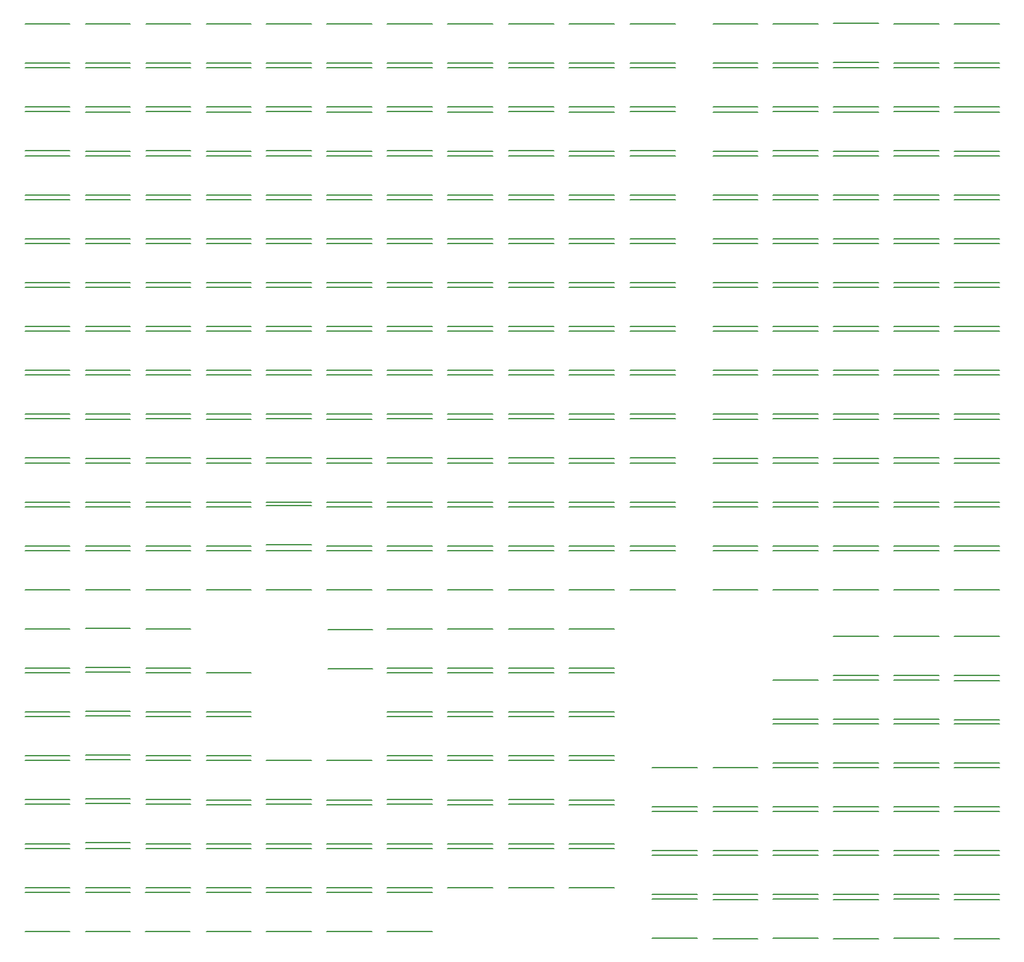
<source format=gbr>
G04 #@! TF.GenerationSoftware,KiCad,Pcbnew,(5.0.0)*
G04 #@! TF.CreationDate,2019-05-01T16:30:08-07:00*
G04 #@! TF.ProjectId,SSB Cap Board,5353422043617020426F6172642E6B69,rev?*
G04 #@! TF.SameCoordinates,Original*
G04 #@! TF.FileFunction,Legend,Bot*
G04 #@! TF.FilePolarity,Positive*
%FSLAX46Y46*%
G04 Gerber Fmt 4.6, Leading zero omitted, Abs format (unit mm)*
G04 Created by KiCad (PCBNEW (5.0.0)) date 05/01/19 16:30:08*
%MOMM*%
%LPD*%
G01*
G04 APERTURE LIST*
%ADD10C,0.150000*%
G04 APERTURE END LIST*
D10*
G04 #@! TO.C,C342*
X-38995000Y-4305000D02*
X-33295000Y-4305000D01*
X-38995000Y695000D02*
X-33295000Y695000D01*
G04 #@! TO.C,C341*
X-41080365Y705000D02*
X-46780365Y705000D01*
X-41080365Y-4295000D02*
X-46780365Y-4295000D01*
G04 #@! TO.C,C340*
X-23595000Y1295000D02*
X-17895000Y1295000D01*
X-23595000Y6295000D02*
X-17895000Y6295000D01*
G04 #@! TO.C,C339*
X-10205000Y705000D02*
X-15905000Y705000D01*
X-10205000Y-4295000D02*
X-15905000Y-4295000D01*
G04 #@! TO.C,C338*
X-56405000Y44305000D02*
X-62105000Y44305000D01*
X-56405000Y39305000D02*
X-62105000Y39305000D01*
G04 #@! TO.C,C336*
X-25605000Y705000D02*
X-31305000Y705000D01*
X-25605000Y-4295000D02*
X-31305000Y-4295000D01*
G04 #@! TO.C,C335*
X-54395000Y23795000D02*
X-48695000Y23795000D01*
X-54395000Y28795000D02*
X-48695000Y28795000D01*
G04 #@! TO.C,C334*
X-41005000Y6305000D02*
X-46705000Y6305000D01*
X-41005000Y1305000D02*
X-46705000Y1305000D01*
G04 #@! TO.C,C333*
X-41005000Y34305000D02*
X-46705000Y34305000D01*
X-41005000Y29305000D02*
X-46705000Y29305000D01*
G04 #@! TO.C,C332*
X-23595000Y-4305000D02*
X-17895000Y-4305000D01*
X-23595000Y695000D02*
X-17895000Y695000D01*
G04 #@! TO.C,C376*
X-10205000Y6305000D02*
X-15905000Y6305000D01*
X-10205000Y1305000D02*
X-15905000Y1305000D01*
G04 #@! TO.C,C328*
X-56405000Y49905000D02*
X-62105000Y49905000D01*
X-56405000Y44905000D02*
X-62105000Y44905000D01*
G04 #@! TO.C,C327*
X-54395000Y95295000D02*
X-48695000Y95295000D01*
X-54395000Y100295000D02*
X-48695000Y100295000D01*
G04 #@! TO.C,C325*
X-54395000Y18195000D02*
X-48695000Y18195000D01*
X-54395000Y23195000D02*
X-48695000Y23195000D01*
G04 #@! TO.C,C324*
X-41005000Y11905000D02*
X-46705000Y11905000D01*
X-41005000Y6905000D02*
X-46705000Y6905000D01*
G04 #@! TO.C,C322*
X-54395000Y-4305000D02*
X-48695000Y-4305000D01*
X-54395000Y695000D02*
X-48695000Y695000D01*
G04 #@! TO.C,C321*
X-10205000Y11905000D02*
X-15905000Y11905000D01*
X-10205000Y6905000D02*
X-15905000Y6905000D01*
G04 #@! TO.C,C320*
X-56405000Y55505000D02*
X-62105000Y55505000D01*
X-56405000Y50505000D02*
X-62105000Y50505000D01*
G04 #@! TO.C,C319*
X-54395000Y89695000D02*
X-48695000Y89695000D01*
X-54395000Y94695000D02*
X-48695000Y94695000D01*
G04 #@! TO.C,C318*
X5295000Y44305000D02*
X-405000Y44305000D01*
X5295000Y39305000D02*
X-405000Y39305000D01*
G04 #@! TO.C,C317*
X-25605000Y11905000D02*
X-31305000Y11905000D01*
X-25605000Y6905000D02*
X-31305000Y6905000D01*
G04 #@! TO.C,C316*
X-54395000Y12595000D02*
X-48695000Y12595000D01*
X-54395000Y17595000D02*
X-48695000Y17595000D01*
G04 #@! TO.C,C331*
X-41005000Y17505000D02*
X-46705000Y17505000D01*
X-41005000Y12505000D02*
X-46705000Y12505000D01*
G04 #@! TO.C,C330*
X-38995000Y23695000D02*
X-33295000Y23695000D01*
X-38995000Y28695000D02*
X-33295000Y28695000D01*
G04 #@! TO.C,C329*
X5295000Y6305000D02*
X-405000Y6305000D01*
X5295000Y1305000D02*
X-405000Y1305000D01*
G04 #@! TO.C,C374*
X-10205000Y17505000D02*
X-15905000Y17505000D01*
X-10205000Y12505000D02*
X-15905000Y12505000D01*
G04 #@! TO.C,C373*
X-56405000Y61105000D02*
X-62105000Y61105000D01*
X-56405000Y56105000D02*
X-62105000Y56105000D01*
G04 #@! TO.C,C372*
X-54395000Y84095000D02*
X-48695000Y84095000D01*
X-54395000Y89095000D02*
X-48695000Y89095000D01*
G04 #@! TO.C,C371*
X7305000Y89695000D02*
X13005000Y89695000D01*
X7305000Y94695000D02*
X13005000Y94695000D01*
G04 #@! TO.C,C370*
X-54395000Y1295000D02*
X-48695000Y1295000D01*
X-54395000Y6295000D02*
X-48695000Y6295000D01*
G04 #@! TO.C,C369*
X5295000Y49905000D02*
X-405000Y49905000D01*
X5295000Y44905000D02*
X-405000Y44905000D01*
G04 #@! TO.C,C368*
X-8195000Y100895000D02*
X-2495000Y100895000D01*
X-8195000Y105895000D02*
X-2495000Y105895000D01*
G04 #@! TO.C,C367*
X-54395000Y6995000D02*
X-48695000Y6995000D01*
X-54395000Y11995000D02*
X-48695000Y11995000D01*
G04 #@! TO.C,C366*
X-41005000Y23105000D02*
X-46705000Y23105000D01*
X-41005000Y18105000D02*
X-46705000Y18105000D01*
G04 #@! TO.C,C365*
X-38995000Y18095000D02*
X-33295000Y18095000D01*
X-38995000Y23095000D02*
X-33295000Y23095000D01*
G04 #@! TO.C,C364*
X5295000Y11905000D02*
X-405000Y11905000D01*
X5295000Y6905000D02*
X-405000Y6905000D01*
G04 #@! TO.C,C363*
X-10205000Y23105000D02*
X-15905000Y23105000D01*
X-10205000Y18105000D02*
X-15905000Y18105000D01*
G04 #@! TO.C,C346*
X-56405000Y66705000D02*
X-62105000Y66705000D01*
X-56405000Y61705000D02*
X-62105000Y61705000D01*
G04 #@! TO.C,C344*
X-54395000Y78495000D02*
X-48695000Y78495000D01*
X-54395000Y83495000D02*
X-48695000Y83495000D01*
G04 #@! TO.C,C359*
X7305000Y84095000D02*
X13005000Y84095000D01*
X7305000Y89095000D02*
X13005000Y89095000D01*
G04 #@! TO.C,C358*
X5295000Y55505000D02*
X-405000Y55505000D01*
X5295000Y50505000D02*
X-405000Y50505000D01*
G04 #@! TO.C,C357*
X-8195000Y95295000D02*
X-2495000Y95295000D01*
X-8195000Y100295000D02*
X-2495000Y100295000D01*
G04 #@! TO.C,C356*
X-25605000Y17505000D02*
X-31305000Y17505000D01*
X-25605000Y12505000D02*
X-31305000Y12505000D01*
G04 #@! TO.C,C355*
X-56405000Y11905000D02*
X-62105000Y11905000D01*
X-56405000Y6905000D02*
X-62105000Y6905000D01*
G04 #@! TO.C,C354*
X-41005000Y28705000D02*
X-46705000Y28705000D01*
X-41005000Y23705000D02*
X-46705000Y23705000D01*
G04 #@! TO.C,C353*
X-38995000Y12495000D02*
X-33295000Y12495000D01*
X-38995000Y17495000D02*
X-33295000Y17495000D01*
G04 #@! TO.C,C352*
X5295000Y17505000D02*
X-405000Y17505000D01*
X5295000Y12505000D02*
X-405000Y12505000D01*
G04 #@! TO.C,C351*
X-10205000Y28705000D02*
X-15905000Y28705000D01*
X-10205000Y23705000D02*
X-15905000Y23705000D01*
G04 #@! TO.C,C350*
X-56405000Y72305000D02*
X-62105000Y72305000D01*
X-56405000Y67305000D02*
X-62105000Y67305000D01*
G04 #@! TO.C,C349*
X-54395000Y72895000D02*
X-48695000Y72895000D01*
X-54395000Y77895000D02*
X-48695000Y77895000D01*
G04 #@! TO.C,C348*
X7305000Y78495000D02*
X13005000Y78495000D01*
X7305000Y83495000D02*
X13005000Y83495000D01*
G04 #@! TO.C,C347*
X5295000Y61105000D02*
X-405000Y61105000D01*
X5295000Y56105000D02*
X-405000Y56105000D01*
G04 #@! TO.C,C362*
X-8195000Y89695000D02*
X-2495000Y89695000D01*
X-8195000Y94695000D02*
X-2495000Y94695000D01*
G04 #@! TO.C,C361*
X-10205000Y49905000D02*
X-15905000Y49905000D01*
X-10205000Y44905000D02*
X-15905000Y44905000D01*
G04 #@! TO.C,C360*
X-8195000Y29295000D02*
X-2495000Y29295000D01*
X-8195000Y34295000D02*
X-2495000Y34295000D01*
G04 #@! TO.C,C279*
X-56405000Y105905000D02*
X-62105000Y105905000D01*
X-56405000Y100905000D02*
X-62105000Y100905000D01*
G04 #@! TO.C,C278*
X7305000Y72895000D02*
X13005000Y72895000D01*
X7305000Y77895000D02*
X13005000Y77895000D01*
G04 #@! TO.C,C277*
X-8195000Y78495000D02*
X-2495000Y78495000D01*
X-8195000Y83495000D02*
X-2495000Y83495000D01*
G04 #@! TO.C,C276*
X7305000Y100895000D02*
X13005000Y100895000D01*
X7305000Y105895000D02*
X13005000Y105895000D01*
G04 #@! TO.C,C275*
X-23595000Y6895000D02*
X-17895000Y6895000D01*
X-23595000Y11895000D02*
X-17895000Y11895000D01*
G04 #@! TO.C,C274*
X-10205000Y44305000D02*
X-15905000Y44305000D01*
X-10205000Y39305000D02*
X-15905000Y39305000D01*
G04 #@! TO.C,C272*
X-54395000Y50495000D02*
X-48695000Y50495000D01*
X-54395000Y55495000D02*
X-48695000Y55495000D01*
G04 #@! TO.C,C271*
X7305000Y56095000D02*
X13005000Y56095000D01*
X7305000Y61095000D02*
X13005000Y61095000D01*
G04 #@! TO.C,C270*
X5295000Y83505000D02*
X-405000Y83505000D01*
X5295000Y78505000D02*
X-405000Y78505000D01*
G04 #@! TO.C,C269*
X-8195000Y67295000D02*
X-2495000Y67295000D01*
X-8195000Y72295000D02*
X-2495000Y72295000D01*
G04 #@! TO.C,C315*
X-10205000Y72305000D02*
X-15905000Y72305000D01*
X-10205000Y67305000D02*
X-15905000Y67305000D01*
G04 #@! TO.C,C267*
X-54395000Y100895000D02*
X-48695000Y100895000D01*
X-54395000Y105895000D02*
X-48695000Y105895000D01*
G04 #@! TO.C,C313*
X-8195000Y12495000D02*
X-2495000Y12495000D01*
X-8195000Y17495000D02*
X-2495000Y17495000D01*
G04 #@! TO.C,C312*
X5295000Y105905000D02*
X-405000Y105905000D01*
X5295000Y100905000D02*
X-405000Y100905000D01*
G04 #@! TO.C,C263*
X-10205000Y83505000D02*
X-15905000Y83505000D01*
X-10205000Y78505000D02*
X-15905000Y78505000D01*
G04 #@! TO.C,C256*
X7305000Y39295000D02*
X13005000Y39295000D01*
X7305000Y44295000D02*
X13005000Y44295000D01*
G04 #@! TO.C,C254*
X5295000Y100305000D02*
X-405000Y100305000D01*
X5295000Y95305000D02*
X-405000Y95305000D01*
G04 #@! TO.C,C253*
X-8195000Y50495000D02*
X-2495000Y50495000D01*
X-8195000Y55495000D02*
X-2495000Y55495000D01*
G04 #@! TO.C,C268*
X-10205000Y89105000D02*
X-15905000Y89105000D01*
X-10205000Y84105000D02*
X-15905000Y84105000D01*
G04 #@! TO.C,C307*
X-8195000Y106495000D02*
X-2495000Y106495000D01*
X-8195000Y111495000D02*
X-2495000Y111495000D01*
G04 #@! TO.C,C306*
X-8195000Y44895000D02*
X-2495000Y44895000D01*
X-8195000Y49895000D02*
X-2495000Y49895000D01*
G04 #@! TO.C,C305*
X-10205000Y94705000D02*
X-15905000Y94705000D01*
X-10205000Y89705000D02*
X-15905000Y89705000D01*
G04 #@! TO.C,C297*
X-8195000Y39295000D02*
X-2495000Y39295000D01*
X-8195000Y44295000D02*
X-2495000Y44295000D01*
G04 #@! TO.C,C280*
X-10205000Y100305000D02*
X-15905000Y100305000D01*
X-10205000Y95305000D02*
X-15905000Y95305000D01*
G04 #@! TO.C,C290*
X7305000Y95295000D02*
X13005000Y95295000D01*
X7305000Y100295000D02*
X13005000Y100295000D01*
G04 #@! TO.C,C288*
X-10205000Y105905000D02*
X-15905000Y105905000D01*
X-10205000Y100905000D02*
X-15905000Y100905000D01*
G04 #@! TO.C,C375*
X-54395000Y44895000D02*
X-48695000Y44895000D01*
X-54395000Y49895000D02*
X-48695000Y49895000D01*
G04 #@! TO.C,C441*
X-23595000Y100895000D02*
X-17895000Y100895000D01*
X-23595000Y105895000D02*
X-17895000Y105895000D01*
G04 #@! TO.C,C393*
X-38995000Y100895000D02*
X-33295000Y100895000D01*
X-38995000Y105895000D02*
X-33295000Y105895000D01*
G04 #@! TO.C,C391*
X-38995000Y106495000D02*
X-33295000Y106495000D01*
X-38995000Y111495000D02*
X-33295000Y111495000D01*
G04 #@! TO.C,C410*
X-23595000Y67295000D02*
X-17895000Y67295000D01*
X-23595000Y72295000D02*
X-17895000Y72295000D01*
G04 #@! TO.C,C408*
X-23595000Y39295000D02*
X-17895000Y39295000D01*
X-23595000Y44295000D02*
X-17895000Y44295000D01*
G04 #@! TO.C,C69*
X20795000Y89105000D02*
X15095000Y89105000D01*
X20795000Y84105000D02*
X15095000Y84105000D01*
G04 #@! TO.C,C67*
X7305000Y1295000D02*
X13005000Y1295000D01*
X7305000Y6295000D02*
X13005000Y6295000D01*
G04 #@! TO.C,C66*
X7305000Y23695000D02*
X13005000Y23695000D01*
X7305000Y28695000D02*
X13005000Y28695000D01*
G04 #@! TO.C,C65*
X20795000Y49905000D02*
X15095000Y49905000D01*
X20795000Y44905000D02*
X15095000Y44905000D01*
G04 #@! TO.C,C79*
X-25605000Y50011105D02*
X-31305000Y50011105D01*
X-25605000Y45011105D02*
X-31305000Y45011105D01*
G04 #@! TO.C,C124*
X-41005000Y49905000D02*
X-46705000Y49905000D01*
X-41005000Y44905000D02*
X-46705000Y44905000D01*
G04 #@! TO.C,C123*
X-38995000Y89695000D02*
X-33295000Y89695000D01*
X-38995000Y94695000D02*
X-33295000Y94695000D01*
G04 #@! TO.C,C122*
X20795000Y44305000D02*
X15095000Y44305000D01*
X20795000Y39305000D02*
X15095000Y39305000D01*
G04 #@! TO.C,C121*
X20795000Y105915470D02*
X15095000Y105915470D01*
X20795000Y100915470D02*
X15095000Y100915470D01*
G04 #@! TO.C,C117*
X-25605000Y94705000D02*
X-31305000Y94705000D01*
X-25605000Y89705000D02*
X-31305000Y89705000D01*
G04 #@! TO.C,C116*
X-25605000Y55505000D02*
X-31305000Y55505000D01*
X-25605000Y50505000D02*
X-31305000Y50505000D01*
G04 #@! TO.C,C115*
X-41005000Y55505000D02*
X-46705000Y55505000D01*
X-41005000Y50505000D02*
X-46705000Y50505000D01*
G04 #@! TO.C,C114*
X-38995000Y84095000D02*
X-33295000Y84095000D01*
X-38995000Y89095000D02*
X-33295000Y89095000D01*
G04 #@! TO.C,C113*
X-23504500Y29231500D02*
X-17804500Y29231500D01*
X-23504500Y34231500D02*
X-17804500Y34231500D01*
G04 #@! TO.C,C112*
X-25605000Y83505000D02*
X-31305000Y83505000D01*
X-25605000Y78505000D02*
X-31305000Y78505000D01*
G04 #@! TO.C,C111*
X-41005000Y83505000D02*
X-46705000Y83505000D01*
X-41005000Y78505000D02*
X-46705000Y78505000D01*
G04 #@! TO.C,C159*
X-38995000Y56095000D02*
X-33295000Y56095000D01*
X-38995000Y61095000D02*
X-33295000Y61095000D01*
G04 #@! TO.C,C109*
X20795000Y77905000D02*
X15095000Y77905000D01*
X20795000Y72905000D02*
X15095000Y72905000D01*
G04 #@! TO.C,C107*
X7305000Y18095000D02*
X13005000Y18095000D01*
X7305000Y23095000D02*
X13005000Y23095000D01*
G04 #@! TO.C,C104*
X7305000Y6895000D02*
X13005000Y6895000D01*
X7305000Y11895000D02*
X13005000Y11895000D01*
G04 #@! TO.C,C103*
X-25605000Y105905000D02*
X-31305000Y105905000D01*
X-25605000Y100905000D02*
X-31305000Y100905000D01*
G04 #@! TO.C,C102*
X-25605000Y66705000D02*
X-31305000Y66705000D01*
X-25605000Y61705000D02*
X-31305000Y61705000D01*
G04 #@! TO.C,C101*
X-41005000Y66705000D02*
X-46705000Y66705000D01*
X-41005000Y61705000D02*
X-46705000Y61705000D01*
G04 #@! TO.C,C100*
X-38995000Y72895000D02*
X-33295000Y72895000D01*
X-38995000Y77895000D02*
X-33295000Y77895000D01*
G04 #@! TO.C,C99*
X20795000Y61105000D02*
X15095000Y61105000D01*
X20795000Y56105000D02*
X15095000Y56105000D01*
G04 #@! TO.C,C98*
X-41005000Y105905000D02*
X-46705000Y105905000D01*
X-41005000Y100905000D02*
X-46705000Y100905000D01*
G04 #@! TO.C,C29*
X-10205000Y111505000D02*
X-15905000Y111505000D01*
X-10205000Y106505000D02*
X-15905000Y106505000D01*
G04 #@! TO.C,C28*
X7305000Y29295000D02*
X13005000Y29295000D01*
X7305000Y34295000D02*
X13005000Y34295000D01*
G04 #@! TO.C,C27*
X-8195000Y1295000D02*
X-2495000Y1295000D01*
X-8195000Y6295000D02*
X-2495000Y6295000D01*
G04 #@! TO.C,C26*
X-25605000Y44305000D02*
X-31305000Y44305000D01*
X-25605000Y39305000D02*
X-31305000Y39305000D01*
G04 #@! TO.C,C25*
X-41005000Y44305000D02*
X-46705000Y44305000D01*
X-41005000Y39305000D02*
X-46705000Y39305000D01*
G04 #@! TO.C,C24*
X-38995000Y95295000D02*
X-33295000Y95295000D01*
X-38995000Y100295000D02*
X-33295000Y100295000D01*
G04 #@! TO.C,C21*
X5295000Y111505000D02*
X-405000Y111505000D01*
X5295000Y106505000D02*
X-405000Y106505000D01*
G04 #@! TO.C,C20*
X-41005000Y72305000D02*
X-46705000Y72305000D01*
X-41005000Y67305000D02*
X-46705000Y67305000D01*
G04 #@! TO.C,C19*
X-38995000Y67295000D02*
X-33295000Y67295000D01*
X-38995000Y72295000D02*
X-33295000Y72295000D01*
G04 #@! TO.C,C18*
X20795000Y66705000D02*
X15095000Y66705000D01*
X20795000Y61705000D02*
X15095000Y61705000D01*
G04 #@! TO.C,C64*
X-41005000Y111505000D02*
X-46705000Y111505000D01*
X-41005000Y106505000D02*
X-46705000Y106505000D01*
G04 #@! TO.C,C5*
X-23595000Y106495000D02*
X-17895000Y106495000D01*
X-23595000Y111495000D02*
X-17895000Y111495000D01*
G04 #@! TO.C,C6*
X-25605000Y77905000D02*
X-31305000Y77905000D01*
X-25605000Y72905000D02*
X-31305000Y72905000D01*
G04 #@! TO.C,C7*
X-41005000Y77905000D02*
X-46705000Y77905000D01*
X-41005000Y72905000D02*
X-46705000Y72905000D01*
G04 #@! TO.C,C8*
X-38995000Y61695000D02*
X-33295000Y61695000D01*
X-38995000Y66695000D02*
X-33295000Y66695000D01*
G04 #@! TO.C,C9*
X20795000Y72305000D02*
X15095000Y72305000D01*
X20795000Y67305000D02*
X15095000Y67305000D01*
G04 #@! TO.C,C17*
X-56405000Y17505000D02*
X-62105000Y17505000D01*
X-56405000Y12505000D02*
X-62105000Y12505000D01*
G04 #@! TO.C,C58*
X-25605000Y89105000D02*
X-31305000Y89105000D01*
X-25605000Y84105000D02*
X-31305000Y84105000D01*
G04 #@! TO.C,C57*
X-38995000Y44895000D02*
X-33295000Y44895000D01*
X-38995000Y49895000D02*
X-33295000Y49895000D01*
G04 #@! TO.C,C56*
X-41005000Y89105000D02*
X-46705000Y89105000D01*
X-41005000Y84105000D02*
X-46705000Y84105000D01*
G04 #@! TO.C,C55*
X-38995000Y50495000D02*
X-33295000Y50495000D01*
X-38995000Y55495000D02*
X-33295000Y55495000D01*
G04 #@! TO.C,C54*
X20795000Y83505000D02*
X15095000Y83505000D01*
X20795000Y78505000D02*
X15095000Y78505000D01*
G04 #@! TO.C,C52*
X-25605000Y111505000D02*
X-31305000Y111505000D01*
X-25605000Y106505000D02*
X-31305000Y106505000D01*
G04 #@! TO.C,C30*
X-41005000Y94705000D02*
X-46705000Y94705000D01*
X-41005000Y89705000D02*
X-46705000Y89705000D01*
G04 #@! TO.C,C42*
X-25605000Y72305000D02*
X-31305000Y72305000D01*
X-25605000Y67305000D02*
X-31305000Y67305000D01*
G04 #@! TO.C,C218*
X-8195000Y56095000D02*
X-2495000Y56095000D01*
X-8195000Y61095000D02*
X-2495000Y61095000D01*
G04 #@! TO.C,C217*
X5295000Y94705000D02*
X-405000Y94705000D01*
X5295000Y89705000D02*
X-405000Y89705000D01*
G04 #@! TO.C,C216*
X7305000Y44895000D02*
X13005000Y44895000D01*
X7305000Y49895000D02*
X13005000Y49895000D01*
G04 #@! TO.C,C214*
X-54395000Y39295000D02*
X-48695000Y39295000D01*
X-54395000Y44295000D02*
X-48695000Y44295000D01*
G04 #@! TO.C,C210*
X-8195000Y6895000D02*
X-2495000Y6895000D01*
X-8195000Y11895000D02*
X-2495000Y11895000D01*
G04 #@! TO.C,C208*
X-10205000Y77905000D02*
X-15905000Y77905000D01*
X-10205000Y72905000D02*
X-15905000Y72905000D01*
G04 #@! TO.C,C207*
X-8195000Y61695000D02*
X-2495000Y61695000D01*
X-8195000Y66695000D02*
X-2495000Y66695000D01*
G04 #@! TO.C,C206*
X5295000Y89105000D02*
X-405000Y89105000D01*
X5295000Y84105000D02*
X-405000Y84105000D01*
G04 #@! TO.C,C205*
X7305000Y50495000D02*
X13005000Y50495000D01*
X7305000Y55495000D02*
X13005000Y55495000D01*
G04 #@! TO.C,C202*
X-56405000Y100305000D02*
X-62105000Y100305000D01*
X-56405000Y95305000D02*
X-62105000Y95305000D01*
G04 #@! TO.C,C204*
X-8195000Y18095000D02*
X-2495000Y18095000D01*
X-8195000Y23095000D02*
X-2495000Y23095000D01*
G04 #@! TO.C,C250*
X-54395000Y106495000D02*
X-48695000Y106495000D01*
X-54395000Y111495000D02*
X-48695000Y111495000D01*
G04 #@! TO.C,C249*
X-10205000Y66705000D02*
X-15905000Y66705000D01*
X-10205000Y61705000D02*
X-15905000Y61705000D01*
G04 #@! TO.C,C248*
X-8195000Y72895000D02*
X-2495000Y72895000D01*
X-8195000Y77895000D02*
X-2495000Y77895000D01*
G04 #@! TO.C,C247*
X5295000Y77905000D02*
X-405000Y77905000D01*
X5295000Y72905000D02*
X-405000Y72905000D01*
G04 #@! TO.C,C246*
X7305000Y61695000D02*
X13005000Y61695000D01*
X7305000Y66695000D02*
X13005000Y66695000D01*
G04 #@! TO.C,C245*
X-54395000Y56095000D02*
X-48695000Y56095000D01*
X-54395000Y61095000D02*
X-48695000Y61095000D01*
G04 #@! TO.C,C244*
X-56405000Y89105000D02*
X-62105000Y89105000D01*
X-56405000Y84105000D02*
X-62105000Y84105000D01*
G04 #@! TO.C,C243*
X-23595000Y12495000D02*
X-17895000Y12495000D01*
X-23595000Y17495000D02*
X-17895000Y17495000D01*
G04 #@! TO.C,C242*
X7305000Y106495000D02*
X13005000Y106495000D01*
X7305000Y111495000D02*
X13005000Y111495000D01*
G04 #@! TO.C,C241*
X5295000Y34305000D02*
X-405000Y34305000D01*
X5295000Y29305000D02*
X-405000Y29305000D01*
G04 #@! TO.C,C240*
X-8195000Y23695000D02*
X-2495000Y23695000D01*
X-8195000Y28695000D02*
X-2495000Y28695000D01*
G04 #@! TO.C,C238*
X-10205000Y61105000D02*
X-15905000Y61105000D01*
X-10205000Y56105000D02*
X-15905000Y56105000D01*
G04 #@! TO.C,C219*
X5295000Y72305000D02*
X-405000Y72305000D01*
X5295000Y67305000D02*
X-405000Y67305000D01*
G04 #@! TO.C,C235*
X7305000Y67295000D02*
X13005000Y67295000D01*
X7305000Y72295000D02*
X13005000Y72295000D01*
G04 #@! TO.C,C234*
X-54395000Y61695000D02*
X-48695000Y61695000D01*
X-54395000Y66695000D02*
X-48695000Y66695000D01*
G04 #@! TO.C,C233*
X-56405000Y83505000D02*
X-62105000Y83505000D01*
X-56405000Y78505000D02*
X-62105000Y78505000D01*
G04 #@! TO.C,C231*
X5295000Y28705000D02*
X-405000Y28705000D01*
X5295000Y23705000D02*
X-405000Y23705000D01*
G04 #@! TO.C,C230*
X-56405000Y94705000D02*
X-62105000Y94705000D01*
X-56405000Y89705000D02*
X-62105000Y89705000D01*
G04 #@! TO.C,C229*
X-38995000Y6895000D02*
X-33295000Y6895000D01*
X-38995000Y11895000D02*
X-33295000Y11895000D01*
G04 #@! TO.C,C228*
X5295000Y23105000D02*
X-405000Y23105000D01*
X5295000Y18105000D02*
X-405000Y18105000D01*
G04 #@! TO.C,C227*
X-10205000Y34305000D02*
X-15905000Y34305000D01*
X-10205000Y29305000D02*
X-15905000Y29305000D01*
G04 #@! TO.C,C226*
X-56405000Y77905000D02*
X-62105000Y77905000D01*
X-56405000Y72905000D02*
X-62105000Y72905000D01*
G04 #@! TO.C,C225*
X-54395000Y67295000D02*
X-48695000Y67295000D01*
X-54395000Y72295000D02*
X-48695000Y72295000D01*
G04 #@! TO.C,C224*
X5295000Y66705000D02*
X-405000Y66705000D01*
X5295000Y61705000D02*
X-405000Y61705000D01*
G04 #@! TO.C,C223*
X-8195000Y84095000D02*
X-2495000Y84095000D01*
X-8195000Y89095000D02*
X-2495000Y89095000D01*
G04 #@! TO.C,C222*
X-10205000Y55505000D02*
X-15905000Y55505000D01*
X-10205000Y50505000D02*
X-15905000Y50505000D01*
G04 #@! TO.C,C237*
X-56405000Y111505000D02*
X-62105000Y111505000D01*
X-56405000Y106505000D02*
X-62105000Y106505000D01*
G04 #@! TO.C,C220*
X-38995000Y1295000D02*
X-33295000Y1295000D01*
X-38995000Y6295000D02*
X-33295000Y6295000D01*
G04 #@! TO.C,C151*
X-38995000Y39295000D02*
X-33295000Y39295000D01*
X-38995000Y44295000D02*
X-33295000Y44295000D01*
G04 #@! TO.C,C150*
X20795000Y100305000D02*
X15095000Y100305000D01*
X20795000Y95305000D02*
X15095000Y95305000D01*
G04 #@! TO.C,C130*
X20795000Y94705000D02*
X15095000Y94705000D01*
X20795000Y89705000D02*
X15095000Y89705000D01*
G04 #@! TO.C,C129*
X20795000Y111505000D02*
X15095000Y111505000D01*
X20795000Y106505000D02*
X15095000Y106505000D01*
G04 #@! TO.C,C141*
X7305000Y12495000D02*
X13005000Y12495000D01*
X7305000Y17495000D02*
X13005000Y17495000D01*
G04 #@! TO.C,C187*
X-25605000Y100305000D02*
X-31305000Y100305000D01*
X-25605000Y95305000D02*
X-31305000Y95305000D01*
G04 #@! TO.C,C186*
X-25605000Y61105000D02*
X-31305000Y61105000D01*
X-25605000Y56105000D02*
X-31305000Y56105000D01*
G04 #@! TO.C,C185*
X-41005000Y61105000D02*
X-46705000Y61105000D01*
X-41005000Y56105000D02*
X-46705000Y56105000D01*
G04 #@! TO.C,C184*
X-38995000Y78495000D02*
X-33295000Y78495000D01*
X-38995000Y83495000D02*
X-33295000Y83495000D01*
G04 #@! TO.C,C183*
X20795000Y55505000D02*
X15095000Y55505000D01*
X20795000Y50505000D02*
X15095000Y50505000D01*
G04 #@! TO.C,C182*
X-41005000Y100305000D02*
X-46705000Y100305000D01*
X-41005000Y95305000D02*
X-46705000Y95305000D01*
G04 #@! TO.C,C181*
X-56405000Y23105000D02*
X-62105000Y23105000D01*
X-56405000Y18105000D02*
X-62105000Y18105000D01*
G04 #@! TO.C,C221*
X-25605000Y6305000D02*
X-31305000Y6305000D01*
X-25605000Y1305000D02*
X-31305000Y1305000D01*
G04 #@! TO.C,C345*
X-56405000Y6305000D02*
X-62105000Y6305000D01*
X-56405000Y1305000D02*
X-62105000Y1305000D01*
G04 #@! TO.C,C236*
X-54395000Y29395000D02*
X-48695000Y29395000D01*
X-54395000Y34395000D02*
X-48695000Y34395000D01*
G04 #@! TO.C,C844*
X54395000Y22205000D02*
X48695000Y22205000D01*
X54395000Y17205000D02*
X48695000Y17205000D01*
G04 #@! TO.C,C843*
X56405000Y17195000D02*
X62105000Y17195000D01*
X56405000Y22195000D02*
X62105000Y22195000D01*
G04 #@! TO.C,C842*
X41005000Y72895000D02*
X46705000Y72895000D01*
X41005000Y77895000D02*
X46705000Y77895000D01*
G04 #@! TO.C,C836*
X38995000Y5405000D02*
X33295000Y5405000D01*
X38995000Y405000D02*
X33295000Y405000D01*
G04 #@! TO.C,C815*
X41005000Y67295000D02*
X46705000Y67295000D01*
X41005000Y72295000D02*
X46705000Y72295000D01*
G04 #@! TO.C,C829*
X54395000Y27805000D02*
X48695000Y27805000D01*
X54395000Y22805000D02*
X48695000Y22805000D01*
G04 #@! TO.C,C828*
X41005000Y-5205000D02*
X46705000Y-5205000D01*
X41005000Y-205000D02*
X46705000Y-205000D01*
G04 #@! TO.C,C826*
X25605000Y100895000D02*
X31305000Y100895000D01*
X25605000Y105895000D02*
X31305000Y105895000D01*
G04 #@! TO.C,C824*
X25605000Y67295000D02*
X31305000Y67295000D01*
X25605000Y72295000D02*
X31305000Y72295000D01*
G04 #@! TO.C,C823*
X41005000Y17195000D02*
X46705000Y17195000D01*
X41005000Y22195000D02*
X46705000Y22195000D01*
G04 #@! TO.C,C822*
X38995000Y11005000D02*
X33295000Y11005000D01*
X38995000Y6005000D02*
X33295000Y6005000D01*
G04 #@! TO.C,C821*
X25605000Y61695000D02*
X31305000Y61695000D01*
X25605000Y66695000D02*
X31305000Y66695000D01*
G04 #@! TO.C,C817*
X41005000Y95295000D02*
X46705000Y95295000D01*
X41005000Y100295000D02*
X46705000Y100295000D01*
G04 #@! TO.C,C816*
X41005000Y100895000D02*
X46705000Y100895000D01*
X41005000Y105895000D02*
X46705000Y105895000D01*
G04 #@! TO.C,C831*
X54395000Y-195000D02*
X48695000Y-195000D01*
X54395000Y-5195000D02*
X48695000Y-5195000D01*
G04 #@! TO.C,C875*
X41005000Y22795000D02*
X46705000Y22795000D01*
X41005000Y27795000D02*
X46705000Y27795000D01*
G04 #@! TO.C,C874*
X41005000Y89695000D02*
X46705000Y89695000D01*
X41005000Y94695000D02*
X46705000Y94695000D01*
G04 #@! TO.C,C873*
X54395000Y5405000D02*
X48695000Y5405000D01*
X54395000Y405000D02*
X48695000Y405000D01*
G04 #@! TO.C,C871*
X23595000Y5405000D02*
X17895000Y5405000D01*
X23595000Y405000D02*
X17895000Y405000D01*
G04 #@! TO.C,C869*
X41005000Y106595000D02*
X46705000Y106595000D01*
X41005000Y111595000D02*
X46705000Y111595000D01*
G04 #@! TO.C,C868*
X38995000Y111505000D02*
X33295000Y111505000D01*
X38995000Y106505000D02*
X33295000Y106505000D01*
G04 #@! TO.C,C867*
X41005000Y28395000D02*
X46705000Y28395000D01*
X41005000Y33395000D02*
X46705000Y33395000D01*
G04 #@! TO.C,C866*
X38995000Y-195000D02*
X33295000Y-195000D01*
X38995000Y-5195000D02*
X33295000Y-5195000D01*
G04 #@! TO.C,C865*
X25605000Y72895000D02*
X31305000Y72895000D01*
X25605000Y77895000D02*
X31305000Y77895000D01*
G04 #@! TO.C,C863*
X56405000Y106495000D02*
X62105000Y106495000D01*
X56405000Y111495000D02*
X62105000Y111495000D01*
G04 #@! TO.C,C854*
X41005000Y56095000D02*
X46705000Y56095000D01*
X41005000Y61095000D02*
X46705000Y61095000D01*
G04 #@! TO.C,C853*
X56405000Y395000D02*
X62105000Y395000D01*
X56405000Y5395000D02*
X62105000Y5395000D01*
G04 #@! TO.C,C852*
X25605000Y84095000D02*
X31305000Y84095000D01*
X25605000Y89095000D02*
X31305000Y89095000D01*
G04 #@! TO.C,C851*
X56405000Y-5205000D02*
X62105000Y-5205000D01*
X56405000Y-205000D02*
X62105000Y-205000D01*
G04 #@! TO.C,C850*
X25605000Y89695000D02*
X31305000Y89695000D01*
X25605000Y94695000D02*
X31305000Y94695000D01*
G04 #@! TO.C,C814*
X41005000Y61695000D02*
X46705000Y61695000D01*
X41005000Y66695000D02*
X46705000Y66695000D01*
G04 #@! TO.C,C812*
X56405000Y5995000D02*
X62105000Y5995000D01*
X56405000Y10995000D02*
X62105000Y10995000D01*
G04 #@! TO.C,C811*
X54395000Y33405000D02*
X48695000Y33405000D01*
X54395000Y28405000D02*
X48695000Y28405000D01*
G04 #@! TO.C,C810*
X25605000Y95295000D02*
X31305000Y95295000D01*
X25605000Y100295000D02*
X31305000Y100295000D01*
G04 #@! TO.C,C809*
X25605000Y39295000D02*
X31305000Y39295000D01*
X25605000Y44295000D02*
X31305000Y44295000D01*
G04 #@! TO.C,C808*
X23595000Y16605000D02*
X17895000Y16605000D01*
X23595000Y11605000D02*
X17895000Y11605000D01*
G04 #@! TO.C,C807*
X25605000Y78495000D02*
X31305000Y78495000D01*
X25605000Y83495000D02*
X31305000Y83495000D01*
G04 #@! TO.C,C804*
X41005000Y395000D02*
X46705000Y395000D01*
X41005000Y5395000D02*
X46705000Y5395000D01*
G04 #@! TO.C,C803*
X38995000Y27805000D02*
X33295000Y27805000D01*
X38995000Y22805000D02*
X33295000Y22805000D01*
G04 #@! TO.C,C802*
X25605000Y44895000D02*
X31305000Y44895000D01*
X25605000Y49895000D02*
X31305000Y49895000D01*
G04 #@! TO.C,C861*
X56405000Y100895000D02*
X62105000Y100895000D01*
X56405000Y105895000D02*
X62105000Y105895000D01*
G04 #@! TO.C,C968*
X56405000Y11595000D02*
X62105000Y11595000D01*
X56405000Y16595000D02*
X62105000Y16595000D01*
G04 #@! TO.C,C964*
X56405000Y95295000D02*
X62105000Y95295000D01*
X56405000Y100295000D02*
X62105000Y100295000D01*
G04 #@! TO.C,C963*
X23595000Y11005000D02*
X17895000Y11005000D01*
X23595000Y6005000D02*
X17895000Y6005000D01*
G04 #@! TO.C,C962*
X54395000Y44305000D02*
X48695000Y44305000D01*
X54395000Y39305000D02*
X48695000Y39305000D01*
G04 #@! TO.C,C953*
X56405000Y89695000D02*
X62105000Y89695000D01*
X56405000Y94695000D02*
X62105000Y94695000D01*
G04 #@! TO.C,C951*
X41005000Y39295000D02*
X46705000Y39295000D01*
X41005000Y44295000D02*
X46705000Y44295000D01*
G04 #@! TO.C,C950*
X38995000Y44305000D02*
X33295000Y44305000D01*
X38995000Y39305000D02*
X33295000Y39305000D01*
G04 #@! TO.C,C948*
X54395000Y72305000D02*
X48695000Y72305000D01*
X54395000Y67305000D02*
X48695000Y67305000D01*
G04 #@! TO.C,C947*
X56405000Y56095000D02*
X62105000Y56095000D01*
X56405000Y61095000D02*
X62105000Y61095000D01*
G04 #@! TO.C,C946*
X54395000Y83505000D02*
X48695000Y83505000D01*
X54395000Y78505000D02*
X48695000Y78505000D01*
G04 #@! TO.C,C945*
X38995000Y77905000D02*
X33295000Y77905000D01*
X38995000Y72905000D02*
X33295000Y72905000D01*
G04 #@! TO.C,C944*
X25605000Y-5205000D02*
X31305000Y-5205000D01*
X25605000Y-205000D02*
X31305000Y-205000D01*
G04 #@! TO.C,C941*
X56405000Y50495000D02*
X62105000Y50495000D01*
X56405000Y55495000D02*
X62105000Y55495000D01*
G04 #@! TO.C,C940*
X54395000Y89105000D02*
X48695000Y89105000D01*
X54395000Y84105000D02*
X48695000Y84105000D01*
G04 #@! TO.C,C876*
X38995000Y83505000D02*
X33295000Y83505000D01*
X38995000Y78505000D02*
X33295000Y78505000D01*
G04 #@! TO.C,C999*
X54395000Y111505000D02*
X48695000Y111505000D01*
X54395000Y106505000D02*
X48695000Y106505000D01*
G04 #@! TO.C,C998*
X54395000Y49905000D02*
X48695000Y49905000D01*
X54395000Y44905000D02*
X48695000Y44905000D01*
G04 #@! TO.C,C992*
X56405000Y84095000D02*
X62105000Y84095000D01*
X56405000Y89095000D02*
X62105000Y89095000D01*
G04 #@! TO.C,C991*
X54395000Y55505000D02*
X48695000Y55505000D01*
X54395000Y50505000D02*
X48695000Y50505000D01*
G04 #@! TO.C,C990*
X38995000Y49905000D02*
X33295000Y49905000D01*
X38995000Y44905000D02*
X33295000Y44905000D01*
G04 #@! TO.C,C980*
X56405000Y78495000D02*
X62105000Y78495000D01*
X56405000Y83495000D02*
X62105000Y83495000D01*
G04 #@! TO.C,C979*
X54395000Y61105000D02*
X48695000Y61105000D01*
X54395000Y56105000D02*
X48695000Y56105000D01*
G04 #@! TO.C,C978*
X38995000Y55505000D02*
X33295000Y55505000D01*
X38995000Y50505000D02*
X33295000Y50505000D01*
G04 #@! TO.C,C977*
X25605000Y11595000D02*
X31305000Y11595000D01*
X25605000Y16595000D02*
X31305000Y16595000D01*
G04 #@! TO.C,C971*
X41005000Y50495000D02*
X46705000Y50495000D01*
X41005000Y55495000D02*
X46705000Y55495000D01*
G04 #@! TO.C,C902*
X56405000Y72895000D02*
X62105000Y72895000D01*
X56405000Y77895000D02*
X62105000Y77895000D01*
G04 #@! TO.C,C901*
X56405000Y61695000D02*
X62105000Y61695000D01*
X56405000Y66695000D02*
X62105000Y66695000D01*
G04 #@! TO.C,C900*
X54395000Y77905000D02*
X48695000Y77905000D01*
X54395000Y72905000D02*
X48695000Y72905000D01*
G04 #@! TO.C,C899*
X38995000Y72305000D02*
X33295000Y72305000D01*
X38995000Y67305000D02*
X33295000Y67305000D01*
G04 #@! TO.C,C898*
X25605000Y395000D02*
X31305000Y395000D01*
X25605000Y5395000D02*
X31305000Y5395000D01*
G04 #@! TO.C,C895*
X41005000Y44895000D02*
X46705000Y44895000D01*
X41005000Y49895000D02*
X46705000Y49895000D01*
G04 #@! TO.C,C937*
X25605000Y56095000D02*
X31305000Y56095000D01*
X25605000Y61095000D02*
X31305000Y61095000D01*
G04 #@! TO.C,C889*
X38995000Y16605000D02*
X33295000Y16605000D01*
X38995000Y11605000D02*
X33295000Y11605000D01*
G04 #@! TO.C,C888*
X41005000Y11595000D02*
X46705000Y11595000D01*
X41005000Y16595000D02*
X46705000Y16595000D01*
G04 #@! TO.C,C887*
X54395000Y11005000D02*
X48695000Y11005000D01*
X54395000Y6005000D02*
X48695000Y6005000D01*
G04 #@! TO.C,C885*
X41005000Y84095000D02*
X46705000Y84095000D01*
X41005000Y89095000D02*
X46705000Y89095000D01*
G04 #@! TO.C,C879*
X25605000Y50495000D02*
X31305000Y50495000D01*
X25605000Y55495000D02*
X31305000Y55495000D01*
G04 #@! TO.C,C878*
X38995000Y22205000D02*
X33295000Y22205000D01*
X38995000Y17205000D02*
X33295000Y17205000D01*
G04 #@! TO.C,C877*
X41005000Y5995000D02*
X46705000Y5995000D01*
X41005000Y10995000D02*
X46705000Y10995000D01*
G04 #@! TO.C,C892*
X54395000Y16605000D02*
X48695000Y16605000D01*
X54395000Y11605000D02*
X48695000Y11605000D01*
G04 #@! TO.C,C891*
X56405000Y22695000D02*
X62105000Y22695000D01*
X56405000Y27695000D02*
X62105000Y27695000D01*
G04 #@! TO.C,C890*
X41005000Y78495000D02*
X46705000Y78495000D01*
X41005000Y83495000D02*
X46705000Y83495000D01*
G04 #@! TO.C,C933*
X56405000Y28395000D02*
X62105000Y28395000D01*
X56405000Y33395000D02*
X62105000Y33395000D01*
G04 #@! TO.C,C932*
X54395000Y94705000D02*
X48695000Y94705000D01*
X54395000Y89705000D02*
X48695000Y89705000D01*
G04 #@! TO.C,C931*
X38995000Y89105000D02*
X33295000Y89105000D01*
X38995000Y84105000D02*
X33295000Y84105000D01*
G04 #@! TO.C,C929*
X56405000Y39295000D02*
X62105000Y39295000D01*
X56405000Y44295000D02*
X62105000Y44295000D01*
G04 #@! TO.C,C928*
X54395000Y100305000D02*
X48695000Y100305000D01*
X54395000Y95305000D02*
X48695000Y95305000D01*
G04 #@! TO.C,C927*
X38995000Y94705000D02*
X33295000Y94705000D01*
X38995000Y89705000D02*
X33295000Y89705000D01*
G04 #@! TO.C,C925*
X54395000Y105905000D02*
X48695000Y105905000D01*
X54395000Y100905000D02*
X48695000Y100905000D01*
G04 #@! TO.C,C924*
X38995000Y100305000D02*
X33295000Y100305000D01*
X38995000Y95305000D02*
X33295000Y95305000D01*
G04 #@! TO.C,C922*
X38995000Y105905000D02*
X33295000Y105905000D01*
X38995000Y100905000D02*
X33295000Y100905000D01*
G04 #@! TO.C,C920*
X56405000Y44895000D02*
X62105000Y44895000D01*
X56405000Y49895000D02*
X62105000Y49895000D01*
G04 #@! TO.C,C917*
X54395000Y66705000D02*
X48695000Y66705000D01*
X54395000Y61705000D02*
X48695000Y61705000D01*
G04 #@! TO.C,C916*
X38995000Y61105000D02*
X33295000Y61105000D01*
X38995000Y56105000D02*
X33295000Y56105000D01*
G04 #@! TO.C,C910*
X23595000Y-195000D02*
X17895000Y-195000D01*
X23595000Y-5195000D02*
X17895000Y-5195000D01*
G04 #@! TO.C,C909*
X56405000Y67295000D02*
X62105000Y67295000D01*
X56405000Y72295000D02*
X62105000Y72295000D01*
G04 #@! TO.C,C907*
X38995000Y66705000D02*
X33295000Y66705000D01*
X38995000Y61705000D02*
X33295000Y61705000D01*
G04 #@! TO.C,C906*
X25605000Y5995000D02*
X31305000Y5995000D01*
X25605000Y10995000D02*
X31305000Y10995000D01*
G04 #@! TO.C,C592*
X-23595000Y61695000D02*
X-17895000Y61695000D01*
X-23595000Y66695000D02*
X-17895000Y66695000D01*
G04 #@! TO.C,C585*
X-23595000Y50495000D02*
X-17895000Y50495000D01*
X-23595000Y55495000D02*
X-17895000Y55495000D01*
G04 #@! TO.C,C583*
X-23595000Y44895000D02*
X-17895000Y44895000D01*
X-23595000Y49895000D02*
X-17895000Y49895000D01*
G04 #@! TO.C,C578*
X-23595000Y56095000D02*
X-17895000Y56095000D01*
X-23595000Y61095000D02*
X-17895000Y61095000D01*
G04 #@! TO.C,C599*
X-23595000Y89695000D02*
X-17895000Y89695000D01*
X-23595000Y94695000D02*
X-17895000Y94695000D01*
G04 #@! TO.C,C565*
X-23595000Y78495000D02*
X-17895000Y78495000D01*
X-23595000Y83495000D02*
X-17895000Y83495000D01*
G04 #@! TO.C,C559*
X-23595000Y84095000D02*
X-17895000Y84095000D01*
X-23595000Y89095000D02*
X-17895000Y89095000D01*
G04 #@! TO.C,C554*
X-23595000Y72895000D02*
X-17895000Y72895000D01*
X-23595000Y77895000D02*
X-17895000Y77895000D01*
G04 #@! TO.C,C701*
X-56405000Y28705000D02*
X-62105000Y28705000D01*
X-56405000Y23705000D02*
X-62105000Y23705000D01*
G04 #@! TO.C,C693*
X-56405000Y34305000D02*
X-62105000Y34305000D01*
X-56405000Y29305000D02*
X-62105000Y29305000D01*
G04 #@! TO.C,C518*
X-23595000Y95295000D02*
X-17895000Y95295000D01*
X-23595000Y100295000D02*
X-17895000Y100295000D01*
G04 #@! TO.C,C923*
X25605000Y106495000D02*
X31305000Y106495000D01*
X25605000Y111495000D02*
X31305000Y111495000D01*
G04 #@! TO.C,C681*
X-56405000Y705000D02*
X-62105000Y705000D01*
X-56405000Y-4295000D02*
X-62105000Y-4295000D01*
G04 #@! TD*
M02*

</source>
